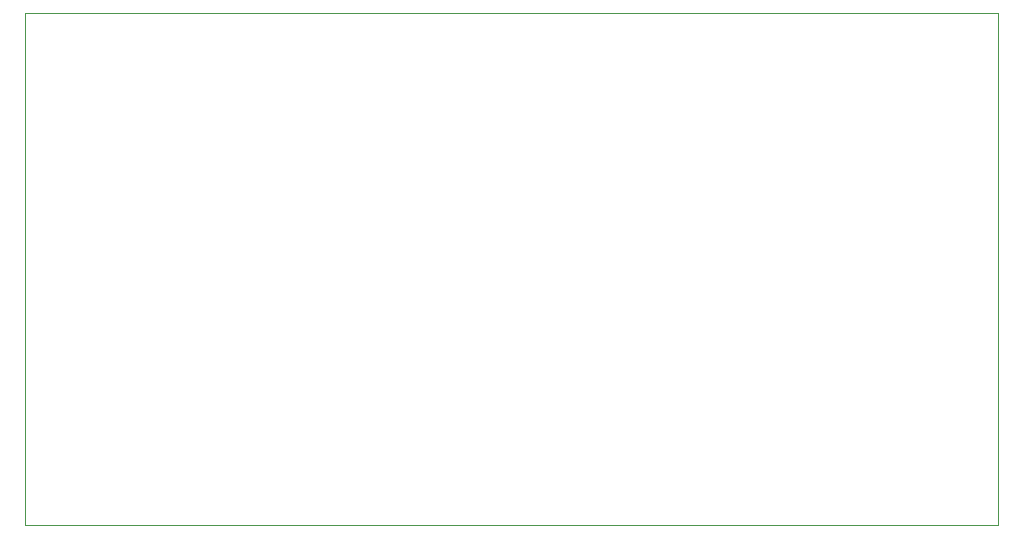
<source format=gbr>
%TF.GenerationSoftware,KiCad,Pcbnew,9.0.6*%
%TF.CreationDate,2025-12-02T23:32:36+00:00*%
%TF.ProjectId,MyPCB,4d795043-422e-46b6-9963-61645f706362,rev?*%
%TF.SameCoordinates,Original*%
%TF.FileFunction,Profile,NP*%
%FSLAX46Y46*%
G04 Gerber Fmt 4.6, Leading zero omitted, Abs format (unit mm)*
G04 Created by KiCad (PCBNEW 9.0.6) date 2025-12-02 23:32:36*
%MOMM*%
%LPD*%
G01*
G04 APERTURE LIST*
%TA.AperFunction,Profile*%
%ADD10C,0.050000*%
%TD*%
G04 APERTURE END LIST*
D10*
X159200000Y-83390000D02*
X241630000Y-83390000D01*
X241630000Y-126740000D01*
X159200000Y-126740000D01*
X159200000Y-83390000D01*
M02*

</source>
